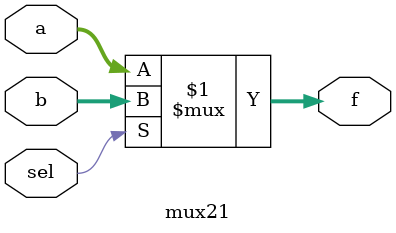
<source format=sv>
module mux21 #(
    parameter N = 32
) (
    input logic [N-1:0] a, b,
    input logic sel,
    output logic [N-1:0] f
);

    assign f = sel ? b : a;
endmodule
</source>
